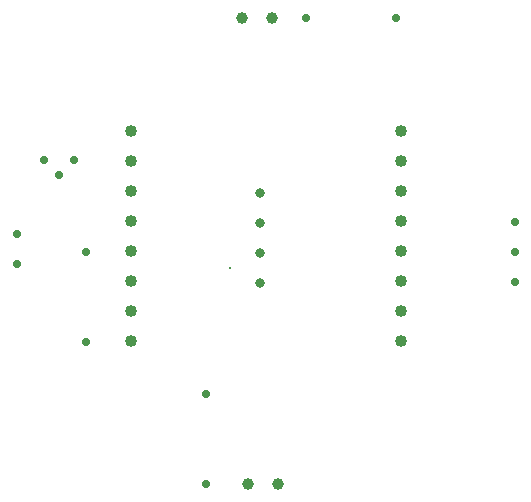
<source format=gbr>
%TF.GenerationSoftware,KiCad,Pcbnew,5.0.2+dfsg1-1~bpo9+1*%
%TF.CreationDate,2019-05-08T05:56:51+00:00*%
%TF.ProjectId,coinPCB,636f696e-5043-4422-9e6b-696361645f70,v0.2*%
%TF.SameCoordinates,Original*%
%TF.FileFunction,Plated,1,2,PTH,Drill*%
%TF.FilePolarity,Positive*%
%FSLAX46Y46*%
G04 Gerber Fmt 4.6, Leading zero omitted, Abs format (unit mm)*
G04 Created by KiCad (PCBNEW 5.0.2+dfsg1-1~bpo9+1) date Wed 08 May 2019 05:56:51 AM UTC*
%MOMM*%
%LPD*%
G01*
G04 APERTURE LIST*
%TA.AperFunction,ViaDrill*%
%ADD10C,0.300000*%
%TD*%
%TA.AperFunction,ComponentDrill*%
%ADD11C,0.700000*%
%TD*%
%TA.AperFunction,ComponentDrill*%
%ADD12C,0.800000*%
%TD*%
%TA.AperFunction,ComponentDrill*%
%ADD13C,1.000000*%
%TD*%
%TA.AperFunction,ComponentDrill*%
%ADD14C,1.016000*%
%TD*%
G04 APERTURE END LIST*
D10*
X138557000Y-104394000D03*
D11*
%TO.C,U1*%
X162662000Y-100482000D03*
X162687000Y-102997000D03*
X162687000Y-105537000D03*
%TO.C,Q1*%
X122809000Y-95250000D03*
X124079000Y-96520000D03*
X125349000Y-95250000D03*
%TO.C,R1*%
X126365000Y-103060500D03*
X126365000Y-110680500D03*
%TO.C,R3*%
X145034000Y-83185000D03*
X152654000Y-83185000D03*
%TO.C,D9*%
X120523000Y-101473000D03*
X120523000Y-104013000D03*
%TO.C,R2*%
X136525000Y-115062000D03*
X136525000Y-122682000D03*
D12*
%TO.C,U2*%
X141097000Y-98044000D03*
X141097000Y-100584000D03*
X141097000Y-103124000D03*
X141097000Y-105664000D03*
D13*
%TO.C,D10*%
X140081000Y-122682000D03*
X142621000Y-122682000D03*
%TO.C,D11*%
X139573000Y-83185000D03*
X142113000Y-83185000D03*
D14*
%TO.C,P1*%
X130157000Y-92774000D03*
X130157000Y-95314000D03*
X130157000Y-97854000D03*
X130157000Y-100394000D03*
X130157000Y-102934000D03*
X130157000Y-105474000D03*
X130157000Y-108014000D03*
X130157000Y-110554000D03*
%TO.C,P2*%
X153017000Y-92774000D03*
X153017000Y-95314000D03*
X153017000Y-97854000D03*
X153017000Y-100394000D03*
X153017000Y-102934000D03*
X153017000Y-105474000D03*
X153017000Y-108014000D03*
X153017000Y-110554000D03*
M02*

</source>
